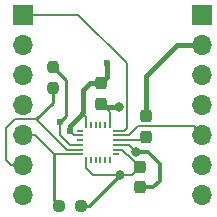
<source format=gbr>
%TF.GenerationSoftware,KiCad,Pcbnew,7.0.6*%
%TF.CreationDate,2023-08-04T12:55:21+05:30*%
%TF.ProjectId,XIAO ESP32S3 IMU,5849414f-2045-4535-9033-32533320494d,rev?*%
%TF.SameCoordinates,Original*%
%TF.FileFunction,Copper,L1,Top*%
%TF.FilePolarity,Positive*%
%FSLAX46Y46*%
G04 Gerber Fmt 4.6, Leading zero omitted, Abs format (unit mm)*
G04 Created by KiCad (PCBNEW 7.0.6) date 2023-08-04 12:55:21*
%MOMM*%
%LPD*%
G01*
G04 APERTURE LIST*
G04 Aperture macros list*
%AMRoundRect*
0 Rectangle with rounded corners*
0 $1 Rounding radius*
0 $2 $3 $4 $5 $6 $7 $8 $9 X,Y pos of 4 corners*
0 Add a 4 corners polygon primitive as box body*
4,1,4,$2,$3,$4,$5,$6,$7,$8,$9,$2,$3,0*
0 Add four circle primitives for the rounded corners*
1,1,$1+$1,$2,$3*
1,1,$1+$1,$4,$5*
1,1,$1+$1,$6,$7*
1,1,$1+$1,$8,$9*
0 Add four rect primitives between the rounded corners*
20,1,$1+$1,$2,$3,$4,$5,0*
20,1,$1+$1,$4,$5,$6,$7,0*
20,1,$1+$1,$6,$7,$8,$9,0*
20,1,$1+$1,$8,$9,$2,$3,0*%
G04 Aperture macros list end*
%TA.AperFunction,ComponentPad*%
%ADD10R,1.700000X1.700000*%
%TD*%
%TA.AperFunction,ComponentPad*%
%ADD11O,1.700000X1.700000*%
%TD*%
%TA.AperFunction,SMDPad,CuDef*%
%ADD12RoundRect,0.237500X-0.237500X0.300000X-0.237500X-0.300000X0.237500X-0.300000X0.237500X0.300000X0*%
%TD*%
%TA.AperFunction,SMDPad,CuDef*%
%ADD13RoundRect,0.050000X0.050000X-0.225000X0.050000X0.225000X-0.050000X0.225000X-0.050000X-0.225000X0*%
%TD*%
%TA.AperFunction,SMDPad,CuDef*%
%ADD14RoundRect,0.050000X0.225000X0.050000X-0.225000X0.050000X-0.225000X-0.050000X0.225000X-0.050000X0*%
%TD*%
%TA.AperFunction,SMDPad,CuDef*%
%ADD15RoundRect,0.237500X0.237500X-0.300000X0.237500X0.300000X-0.237500X0.300000X-0.237500X-0.300000X0*%
%TD*%
%TA.AperFunction,SMDPad,CuDef*%
%ADD16RoundRect,0.237500X-0.237500X0.250000X-0.237500X-0.250000X0.237500X-0.250000X0.237500X0.250000X0*%
%TD*%
%TA.AperFunction,SMDPad,CuDef*%
%ADD17RoundRect,0.237500X0.250000X0.237500X-0.250000X0.237500X-0.250000X-0.237500X0.250000X-0.237500X0*%
%TD*%
%TA.AperFunction,ViaPad*%
%ADD18C,0.800000*%
%TD*%
%TA.AperFunction,ViaPad*%
%ADD19C,0.600000*%
%TD*%
%TA.AperFunction,Conductor*%
%ADD20C,0.200000*%
%TD*%
%TA.AperFunction,Conductor*%
%ADD21C,0.250000*%
%TD*%
%TA.AperFunction,Conductor*%
%ADD22C,0.400000*%
%TD*%
%TA.AperFunction,Conductor*%
%ADD23C,0.300000*%
%TD*%
G04 APERTURE END LIST*
D10*
%TO.P,J2,1,Pin_1*%
%TO.N,unconnected-(J2-Pin_1-Pad1)*%
X143075000Y-60130000D03*
D11*
%TO.P,J2,2,Pin_2*%
%TO.N,GND*%
X143075000Y-62670000D03*
%TO.P,J2,3,Pin_3*%
%TO.N,/3V3*%
X143075000Y-65210000D03*
%TO.P,J2,4,Pin_4*%
%TO.N,unconnected-(J2-Pin_4-Pad4)*%
X143075000Y-67750000D03*
%TO.P,J2,5,Pin_5*%
%TO.N,/FSYNC*%
X143075000Y-70290000D03*
%TO.P,J2,6,Pin_6*%
%TO.N,unconnected-(J2-Pin_6-Pad6)*%
X143075000Y-72830000D03*
%TO.P,J2,7,Pin_7*%
%TO.N,unconnected-(J2-Pin_7-Pad7)*%
X143075000Y-75370000D03*
%TD*%
D12*
%TO.P,C2,1*%
%TO.N,/3V3*%
X137800000Y-73037500D03*
%TO.P,C2,2*%
%TO.N,GND*%
X137800000Y-74762500D03*
%TD*%
D13*
%TO.P,U2,1,RESV_VDDIO*%
%TO.N,/3V3*%
X133250000Y-72450000D03*
%TO.P,U2,2*%
%TO.N,N/C*%
X133650000Y-72450000D03*
%TO.P,U2,3*%
X134050000Y-72450000D03*
%TO.P,U2,4*%
X134450000Y-72450000D03*
%TO.P,U2,5*%
X134850000Y-72450000D03*
%TO.P,U2,6*%
X135250000Y-72450000D03*
D14*
%TO.P,U2,7,AUX_CL*%
%TO.N,unconnected-(U2-AUX_CL-Pad7)*%
X135750000Y-71950000D03*
%TO.P,U2,8,VDDIO*%
%TO.N,/3V3*%
X135750000Y-71550000D03*
%TO.P,U2,9,AD0/MISO*%
%TO.N,GND*%
X135750000Y-71150000D03*
%TO.P,U2,10,REGOUT*%
%TO.N,Net-(U2-REGOUT)*%
X135750000Y-70750000D03*
%TO.P,U2,11,FSYNC*%
%TO.N,/FSYNC*%
X135750000Y-70350000D03*
%TO.P,U2,12,INT*%
%TO.N,/INT*%
X135750000Y-69950000D03*
D13*
%TO.P,U2,13,VDD*%
%TO.N,/3V3*%
X135250000Y-69450000D03*
%TO.P,U2,14*%
%TO.N,N/C*%
X134850000Y-69450000D03*
%TO.P,U2,15*%
X134450000Y-69450000D03*
%TO.P,U2,16*%
X134050000Y-69450000D03*
%TO.P,U2,17*%
X133650000Y-69450000D03*
%TO.P,U2,18,GND*%
%TO.N,GND*%
X133250000Y-69450000D03*
D14*
%TO.P,U2,19*%
%TO.N,N/C*%
X132750000Y-69950000D03*
%TO.P,U2,20,RESV_GND*%
%TO.N,GND*%
X132750000Y-70350000D03*
%TO.P,U2,21,AUX_DA*%
%TO.N,unconnected-(U2-AUX_DA-Pad21)*%
X132750000Y-70750000D03*
%TO.P,U2,22,~{CS}*%
%TO.N,/3V3*%
X132750000Y-71150000D03*
%TO.P,U2,23,SCL/SCLK*%
%TO.N,/SCL*%
X132750000Y-71550000D03*
%TO.P,U2,24,SDA/MOSI*%
%TO.N,/SDA*%
X132750000Y-71950000D03*
%TD*%
D15*
%TO.P,C3,1*%
%TO.N,/3V3*%
X134550000Y-67662500D03*
%TO.P,C3,2*%
%TO.N,GND*%
X134550000Y-65937500D03*
%TD*%
D16*
%TO.P,R1,1*%
%TO.N,/3V3*%
X130450000Y-64537500D03*
%TO.P,R1,2*%
%TO.N,/SCL*%
X130450000Y-66362500D03*
%TD*%
D10*
%TO.P,J1,1,Pin_1*%
%TO.N,/INT*%
X127900000Y-60130000D03*
D11*
%TO.P,J1,2,Pin_2*%
%TO.N,unconnected-(J1-Pin_2-Pad2)*%
X127900000Y-62670000D03*
%TO.P,J1,3,Pin_3*%
%TO.N,unconnected-(J1-Pin_3-Pad3)*%
X127900000Y-65210000D03*
%TO.P,J1,4,Pin_4*%
%TO.N,unconnected-(J1-Pin_4-Pad4)*%
X127900000Y-67750000D03*
%TO.P,J1,5,Pin_5*%
%TO.N,/SDA*%
X127900000Y-70290000D03*
%TO.P,J1,6,Pin_6*%
%TO.N,/SCL*%
X127900000Y-72830000D03*
%TO.P,J1,7,Pin_7*%
%TO.N,unconnected-(J1-Pin_7-Pad7)*%
X127900000Y-75370000D03*
%TD*%
D17*
%TO.P,R2,1*%
%TO.N,/3V3*%
X132812500Y-76350000D03*
%TO.P,R2,2*%
%TO.N,/SDA*%
X130987500Y-76350000D03*
%TD*%
D15*
%TO.P,C1,1*%
%TO.N,Net-(U2-REGOUT)*%
X138300000Y-70462500D03*
%TO.P,C1,2*%
%TO.N,GND*%
X138300000Y-68737500D03*
%TD*%
D18*
%TO.N,/3V3*%
X136162008Y-73700000D03*
X136000500Y-67950000D03*
D19*
X131050000Y-69250000D03*
%TO.N,GND*%
X131850000Y-69950000D03*
X135050000Y-64250000D03*
D18*
X137475872Y-71724128D03*
%TD*%
D20*
%TO.N,/FSYNC*%
X135750000Y-70350000D02*
X136900000Y-70350000D01*
X136900000Y-70350000D02*
X137675000Y-69575000D01*
X137675000Y-69575000D02*
X142360000Y-69575000D01*
X142360000Y-69575000D02*
X143075000Y-70290000D01*
%TO.N,/INT*%
X136700000Y-64250000D02*
X132580000Y-60130000D01*
X136500000Y-69950000D02*
X136700000Y-69750000D01*
X136700000Y-69750000D02*
X136700000Y-64250000D01*
X132580000Y-60130000D02*
X127900000Y-60130000D01*
X135750000Y-69950000D02*
X136500000Y-69950000D01*
D21*
%TO.N,/3V3*%
X130450000Y-64537500D02*
X131550000Y-65637500D01*
D20*
X133250000Y-73150000D02*
X133250000Y-72450000D01*
X136300000Y-71550000D02*
X136750000Y-72000000D01*
X136762500Y-72000000D02*
X137800000Y-73037500D01*
D22*
X136000500Y-67950000D02*
X134837500Y-67950000D01*
D20*
X135750000Y-71550000D02*
X136300000Y-71550000D01*
X137137500Y-73700000D02*
X136162008Y-73700000D01*
D21*
X132812500Y-76350000D02*
X133512008Y-76350000D01*
D20*
X137800000Y-73037500D02*
X137137500Y-73700000D01*
X131050000Y-70348529D02*
X131050000Y-69250000D01*
X132750000Y-71150000D02*
X131851471Y-71150000D01*
X135250000Y-68362500D02*
X135250000Y-69450000D01*
X136162008Y-73700000D02*
X133800000Y-73700000D01*
D21*
X131550000Y-65637500D02*
X131550000Y-68750000D01*
X133512008Y-76350000D02*
X136162008Y-73700000D01*
D20*
X133800000Y-73700000D02*
X133250000Y-73150000D01*
X131851471Y-71150000D02*
X131050000Y-70348529D01*
X136750000Y-72000000D02*
X136762500Y-72000000D01*
X134550000Y-67662500D02*
X135250000Y-68362500D01*
D22*
X134837500Y-67950000D02*
X134550000Y-67662500D01*
D21*
X131550000Y-68750000D02*
X131050000Y-69250000D01*
%TO.N,/SDA*%
X130987500Y-76350000D02*
X130550000Y-75912500D01*
D20*
X128890000Y-70290000D02*
X127900000Y-70290000D01*
X132750000Y-71950000D02*
X130550000Y-71950000D01*
X130550000Y-71950000D02*
X128890000Y-70290000D01*
D21*
X130550000Y-75912500D02*
X130550000Y-71950000D01*
D20*
%TO.N,/SCL*%
X126500000Y-69700000D02*
X127200000Y-69000000D01*
D21*
X130450000Y-67600000D02*
X129050000Y-69000000D01*
D20*
X126930000Y-72830000D02*
X126500000Y-72400000D01*
X126500000Y-72400000D02*
X126500000Y-69700000D01*
X129050000Y-69000000D02*
X131600000Y-71550000D01*
X131600000Y-71550000D02*
X132750000Y-71550000D01*
X127200000Y-69000000D02*
X129050000Y-69000000D01*
D21*
X130450000Y-66362500D02*
X130450000Y-67600000D01*
D20*
X127900000Y-72830000D02*
X126930000Y-72830000D01*
D23*
%TO.N,GND*%
X137800000Y-74762500D02*
X138937500Y-74762500D01*
D20*
X133250000Y-68700000D02*
X133250000Y-69450000D01*
D22*
X134550000Y-65937500D02*
X135050000Y-65437500D01*
X133000000Y-68400000D02*
X132700000Y-68700000D01*
D20*
X136901744Y-71150000D02*
X137475872Y-71724128D01*
D22*
X135050000Y-65437500D02*
X135050000Y-64250000D01*
X133000000Y-66550000D02*
X133000000Y-68400000D01*
X131850000Y-69950000D02*
X131850000Y-69550000D01*
D23*
X139500000Y-74200000D02*
X139500000Y-72750000D01*
X138937500Y-74762500D02*
X139500000Y-74200000D01*
X139500000Y-72750000D02*
X138474128Y-71724128D01*
D22*
X138300000Y-65350000D02*
X140980000Y-62670000D01*
X140980000Y-62670000D02*
X143075000Y-62670000D01*
X131850000Y-69550000D02*
X132700000Y-68700000D01*
D20*
X132250000Y-70350000D02*
X132750000Y-70350000D01*
X135750000Y-71150000D02*
X136901744Y-71150000D01*
D22*
X134550000Y-65937500D02*
X133612500Y-65937500D01*
X133612500Y-65937500D02*
X133000000Y-66550000D01*
X138300000Y-68737500D02*
X138300000Y-65350000D01*
D20*
X131850000Y-69950000D02*
X132250000Y-70350000D01*
X133250000Y-68700000D02*
X132700000Y-68700000D01*
D23*
X138474128Y-71724128D02*
X137475872Y-71724128D01*
D20*
%TO.N,Net-(U2-REGOUT)*%
X138012500Y-70750000D02*
X138300000Y-70462500D01*
X135750000Y-70750000D02*
X138012500Y-70750000D01*
%TD*%
M02*

</source>
